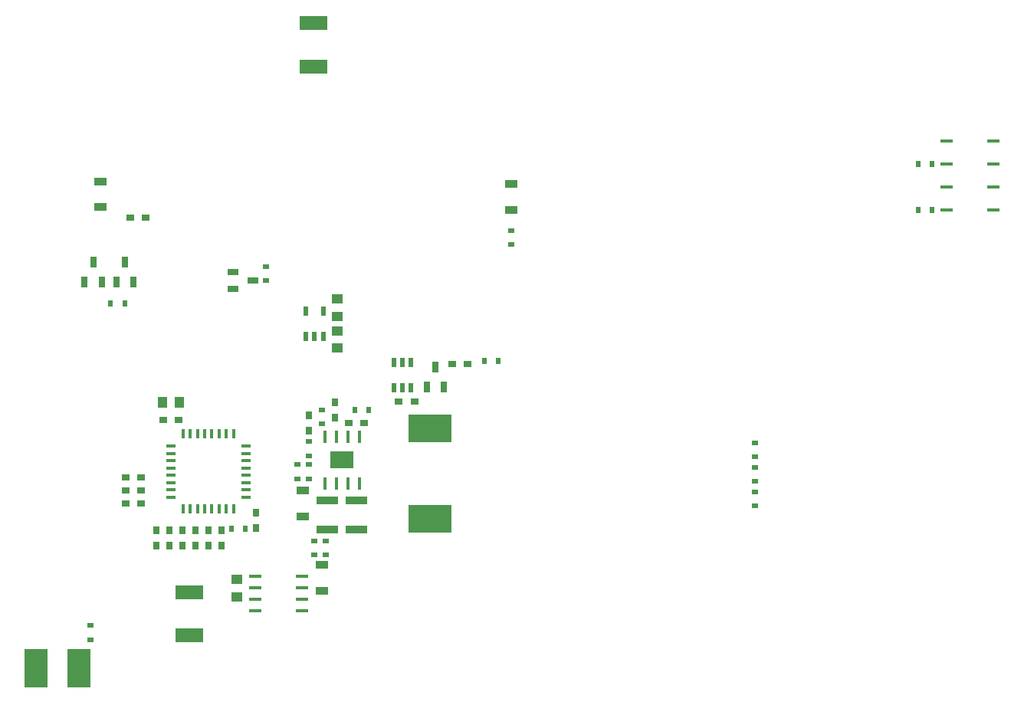
<source format=gbp>
G04 --- HEADER BEGIN --- *
%TF.GenerationSoftware,LibrePCB,LibrePCB,0.1.4*%
%TF.CreationDate,2020-06-28T21:35:15*%
%TF.ProjectId,Hydro Battery Charger - default,71762d7e-e7f1-403c-8020-db9670c01e9b,v4*%
%TF.Part,Single*%
%FSLAX66Y66*%
%MOMM*%
G01*
G74*
G04 --- HEADER END --- *
G04 --- APERTURE LIST BEGIN --- *
%ADD10R,1.24X1.04*%
%ADD11R,1.439X0.384*%
%ADD12R,1.425X0.44*%
%ADD13R,0.8X0.9*%
%ADD14R,0.48X0.98*%
%ADD15R,0.65X0.6*%
%ADD16R,2.46X0.96*%
%ADD17R,2.56X4.36*%
%ADD18R,0.9X0.8*%
%ADD19R,1.2X0.8*%
%ADD20R,0.384X1.439*%
%ADD21R,2.62X1.92*%
%ADD22R,0.8X1.2*%
%ADD23R,1.39X0.84*%
%ADD24R,4.73X3.08*%
%ADD25R,0.6X0.65*%
%ADD26R,3.02X1.52*%
%ADD27R,0.36X1.11*%
%ADD28R,1.11X0.36*%
%ADD29R,1.04X1.24*%
G04 --- APERTURE LIST END --- *
G04 --- BOARD BEGIN --- *
D10*
X25558750Y33335000D03*
X25558750Y31435000D03*
D11*
X32745500Y32385000D03*
X27579500Y29845000D03*
X32745500Y33655000D03*
X27579500Y32385000D03*
X27579500Y31115000D03*
X32745500Y31115000D03*
X27579500Y33655000D03*
X32745500Y29845000D03*
D12*
X103938250Y79216250D03*
X103938250Y81756250D03*
X109104250Y81756250D03*
X109104250Y79216250D03*
D13*
X22383750Y38791250D03*
X22383750Y37091250D03*
D14*
X35081250Y62995000D03*
X33181250Y60195000D03*
X34131250Y60195000D03*
X35081250Y60195000D03*
X33181250Y62995000D03*
D15*
X28733750Y67926250D03*
X28733750Y66376250D03*
D16*
X35560000Y38881250D03*
X35560000Y42081250D03*
D17*
X3352800Y23495000D03*
X8077200Y23495000D03*
D13*
X18097500Y37091250D03*
X18097500Y38791250D03*
D15*
X82796250Y43002500D03*
X82796250Y41452500D03*
D18*
X14978750Y44608750D03*
X13278750Y44608750D03*
D19*
X25093750Y67307500D03*
X27293750Y66357500D03*
X25093750Y65407500D03*
D15*
X33496250Y44468750D03*
X33496250Y46018750D03*
D20*
X36517500Y49096750D03*
X36507500Y43930750D03*
X37777500Y43930750D03*
X39047500Y43930750D03*
X35237500Y43930750D03*
D21*
X37147500Y46513750D03*
D20*
X39057500Y49096750D03*
X35247500Y49096750D03*
X37787500Y49096750D03*
D12*
X103938250Y74136250D03*
X103938250Y76676250D03*
X109104250Y76676250D03*
X109104250Y74136250D03*
D22*
X8733750Y66210000D03*
X9683750Y68410000D03*
X10633750Y66210000D03*
X46516250Y54621250D03*
X47466250Y56821250D03*
X48416250Y54621250D03*
D23*
X32861250Y40326250D03*
X32861250Y43176250D03*
D24*
X46873868Y50011154D03*
X46873868Y40061154D03*
D13*
X16668750Y37091250D03*
X16668750Y38791250D03*
D15*
X82796250Y46850000D03*
X82796250Y48400000D03*
X34131250Y36055000D03*
X34131250Y37605000D03*
D23*
X10477500Y74457500D03*
X10477500Y77307500D03*
D15*
X35401250Y36055000D03*
X35401250Y37605000D03*
D18*
X14978750Y41751250D03*
X13278750Y41751250D03*
X51015000Y57150000D03*
X49315000Y57150000D03*
D15*
X82796250Y44151250D03*
X82796250Y45701250D03*
X34925000Y52051250D03*
X34925000Y50501250D03*
X55880000Y71895000D03*
X55880000Y70345000D03*
X9366250Y26688750D03*
X9366250Y28238750D03*
D13*
X20955000Y37091250D03*
X20955000Y38791250D03*
D23*
X34925000Y32071250D03*
X34925000Y34921250D03*
D25*
X24942500Y38893750D03*
X26492500Y38893750D03*
D13*
X36353750Y51220000D03*
X36353750Y52920000D03*
D25*
X11607500Y63817500D03*
X13157500Y63817500D03*
D26*
X20320000Y31927500D03*
X20320000Y27127500D03*
D25*
X38595000Y52070000D03*
X40145000Y52070000D03*
D26*
X33972500Y94792500D03*
X33972500Y89992500D03*
D22*
X12226250Y66210000D03*
X13176250Y68410000D03*
X14126250Y66210000D03*
D18*
X43441250Y53022500D03*
X45141250Y53022500D03*
D10*
X36671250Y58898750D03*
X36671250Y60798750D03*
D18*
X13278750Y43180000D03*
X14978750Y43180000D03*
D14*
X43815000Y57280000D03*
X43815000Y54480000D03*
X44765000Y57280000D03*
X44765000Y54480000D03*
X42865000Y54480000D03*
X42865000Y57280000D03*
D27*
X21983750Y49393750D03*
X25183750Y49393750D03*
X21183750Y49393750D03*
D28*
X26533750Y46443750D03*
X26533750Y48043750D03*
D27*
X20383750Y41093750D03*
D28*
X26533750Y42443750D03*
X26533750Y44043750D03*
D27*
X19583750Y49393750D03*
X23583750Y41093750D03*
D28*
X18233750Y44843750D03*
D27*
X20383750Y49393750D03*
D28*
X18233750Y44043750D03*
D27*
X19583750Y41093750D03*
X25183750Y41093750D03*
D28*
X18233750Y46443750D03*
X18233750Y43243750D03*
X18233750Y45643750D03*
X26533750Y47243750D03*
D27*
X22783750Y41093750D03*
D28*
X26533750Y45643750D03*
D27*
X24383750Y49393750D03*
X21183750Y41093750D03*
D28*
X26533750Y43243750D03*
D27*
X24383750Y41093750D03*
D28*
X18233750Y48043750D03*
D27*
X23583750Y49393750D03*
D28*
X18233750Y42443750D03*
X26533750Y44843750D03*
D27*
X22783750Y49393750D03*
D28*
X18233750Y47243750D03*
D27*
X21983750Y41093750D03*
D25*
X102375000Y74136250D03*
X100825000Y74136250D03*
D15*
X33496250Y48558750D03*
X33496250Y47008750D03*
D18*
X17406250Y50958750D03*
X19106250Y50958750D03*
D25*
X102375000Y79216250D03*
X100825000Y79216250D03*
D15*
X32226250Y44468750D03*
X32226250Y46018750D03*
D25*
X54432500Y57467500D03*
X52882500Y57467500D03*
D13*
X19526250Y37091250D03*
X19526250Y38791250D03*
X33496250Y49791250D03*
X33496250Y51491250D03*
D10*
X36671250Y64291250D03*
X36671250Y62391250D03*
D23*
X55880000Y76990000D03*
X55880000Y74140000D03*
D18*
X15455000Y73342500D03*
X13755000Y73342500D03*
X39585000Y50641250D03*
X37885000Y50641250D03*
D16*
X38735000Y42085036D03*
X38735000Y38885036D03*
D13*
X27622500Y40696250D03*
X27622500Y38996250D03*
D29*
X19206250Y52863750D03*
X17306250Y52863750D03*
D13*
X23812500Y38791250D03*
X23812500Y37091250D03*
G04 --- BOARD END --- *
%TF.MD5,6ab9a3fb6170f834578684cfa051c26a*%
M02*

</source>
